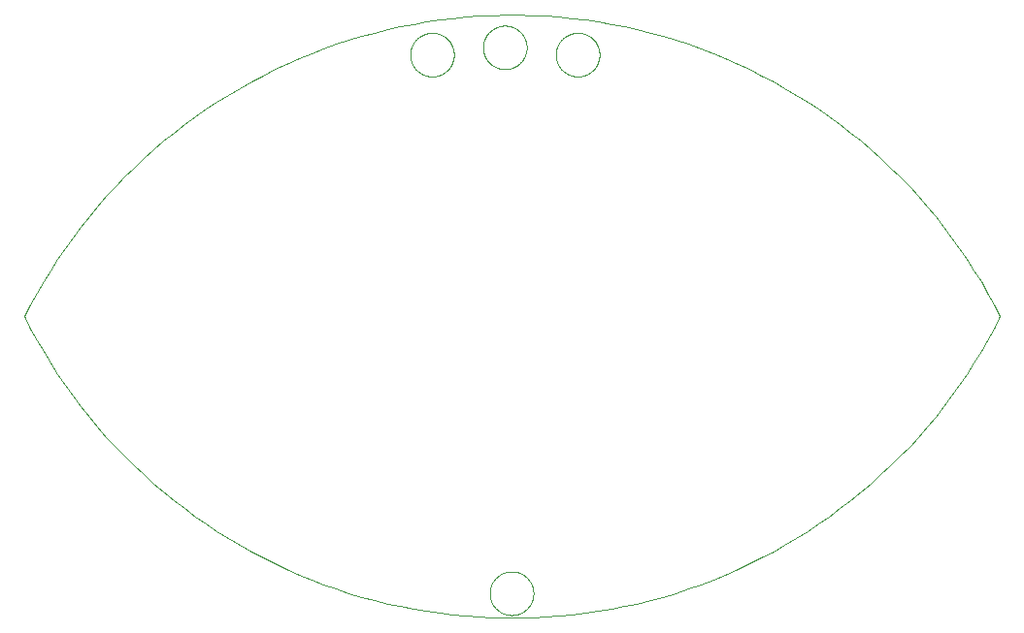
<source format=gko>
G75*
%MOIN*%
%OFA0B0*%
%FSLAX25Y25*%
%IPPOS*%
%LPD*%
%AMOC8*
5,1,8,0,0,1.08239X$1,22.5*
%
%ADD10C,0.00000*%
D10*
X0164000Y0066300D02*
X0164002Y0066484D01*
X0164009Y0066668D01*
X0164020Y0066852D01*
X0164036Y0067035D01*
X0164056Y0067218D01*
X0164081Y0067400D01*
X0164110Y0067582D01*
X0164144Y0067763D01*
X0164182Y0067943D01*
X0164225Y0068122D01*
X0164272Y0068300D01*
X0164323Y0068477D01*
X0164379Y0068653D01*
X0164438Y0068827D01*
X0164503Y0068999D01*
X0164571Y0069170D01*
X0164643Y0069339D01*
X0164720Y0069507D01*
X0164801Y0069672D01*
X0164886Y0069835D01*
X0164974Y0069997D01*
X0165067Y0070156D01*
X0165164Y0070312D01*
X0165264Y0070467D01*
X0165368Y0070619D01*
X0165476Y0070768D01*
X0165587Y0070914D01*
X0165702Y0071058D01*
X0165821Y0071199D01*
X0165943Y0071337D01*
X0166068Y0071472D01*
X0166197Y0071603D01*
X0166328Y0071732D01*
X0166463Y0071857D01*
X0166601Y0071979D01*
X0166742Y0072098D01*
X0166886Y0072213D01*
X0167032Y0072324D01*
X0167181Y0072432D01*
X0167333Y0072536D01*
X0167488Y0072636D01*
X0167644Y0072733D01*
X0167803Y0072826D01*
X0167965Y0072914D01*
X0168128Y0072999D01*
X0168293Y0073080D01*
X0168461Y0073157D01*
X0168630Y0073229D01*
X0168801Y0073297D01*
X0168973Y0073362D01*
X0169147Y0073421D01*
X0169323Y0073477D01*
X0169500Y0073528D01*
X0169678Y0073575D01*
X0169857Y0073618D01*
X0170037Y0073656D01*
X0170218Y0073690D01*
X0170400Y0073719D01*
X0170582Y0073744D01*
X0170765Y0073764D01*
X0170948Y0073780D01*
X0171132Y0073791D01*
X0171316Y0073798D01*
X0171500Y0073800D01*
X0171684Y0073798D01*
X0171868Y0073791D01*
X0172052Y0073780D01*
X0172235Y0073764D01*
X0172418Y0073744D01*
X0172600Y0073719D01*
X0172782Y0073690D01*
X0172963Y0073656D01*
X0173143Y0073618D01*
X0173322Y0073575D01*
X0173500Y0073528D01*
X0173677Y0073477D01*
X0173853Y0073421D01*
X0174027Y0073362D01*
X0174199Y0073297D01*
X0174370Y0073229D01*
X0174539Y0073157D01*
X0174707Y0073080D01*
X0174872Y0072999D01*
X0175035Y0072914D01*
X0175197Y0072826D01*
X0175356Y0072733D01*
X0175512Y0072636D01*
X0175667Y0072536D01*
X0175819Y0072432D01*
X0175968Y0072324D01*
X0176114Y0072213D01*
X0176258Y0072098D01*
X0176399Y0071979D01*
X0176537Y0071857D01*
X0176672Y0071732D01*
X0176803Y0071603D01*
X0176932Y0071472D01*
X0177057Y0071337D01*
X0177179Y0071199D01*
X0177298Y0071058D01*
X0177413Y0070914D01*
X0177524Y0070768D01*
X0177632Y0070619D01*
X0177736Y0070467D01*
X0177836Y0070312D01*
X0177933Y0070156D01*
X0178026Y0069997D01*
X0178114Y0069835D01*
X0178199Y0069672D01*
X0178280Y0069507D01*
X0178357Y0069339D01*
X0178429Y0069170D01*
X0178497Y0068999D01*
X0178562Y0068827D01*
X0178621Y0068653D01*
X0178677Y0068477D01*
X0178728Y0068300D01*
X0178775Y0068122D01*
X0178818Y0067943D01*
X0178856Y0067763D01*
X0178890Y0067582D01*
X0178919Y0067400D01*
X0178944Y0067218D01*
X0178964Y0067035D01*
X0178980Y0066852D01*
X0178991Y0066668D01*
X0178998Y0066484D01*
X0179000Y0066300D01*
X0178998Y0066116D01*
X0178991Y0065932D01*
X0178980Y0065748D01*
X0178964Y0065565D01*
X0178944Y0065382D01*
X0178919Y0065200D01*
X0178890Y0065018D01*
X0178856Y0064837D01*
X0178818Y0064657D01*
X0178775Y0064478D01*
X0178728Y0064300D01*
X0178677Y0064123D01*
X0178621Y0063947D01*
X0178562Y0063773D01*
X0178497Y0063601D01*
X0178429Y0063430D01*
X0178357Y0063261D01*
X0178280Y0063093D01*
X0178199Y0062928D01*
X0178114Y0062765D01*
X0178026Y0062603D01*
X0177933Y0062444D01*
X0177836Y0062288D01*
X0177736Y0062133D01*
X0177632Y0061981D01*
X0177524Y0061832D01*
X0177413Y0061686D01*
X0177298Y0061542D01*
X0177179Y0061401D01*
X0177057Y0061263D01*
X0176932Y0061128D01*
X0176803Y0060997D01*
X0176672Y0060868D01*
X0176537Y0060743D01*
X0176399Y0060621D01*
X0176258Y0060502D01*
X0176114Y0060387D01*
X0175968Y0060276D01*
X0175819Y0060168D01*
X0175667Y0060064D01*
X0175512Y0059964D01*
X0175356Y0059867D01*
X0175197Y0059774D01*
X0175035Y0059686D01*
X0174872Y0059601D01*
X0174707Y0059520D01*
X0174539Y0059443D01*
X0174370Y0059371D01*
X0174199Y0059303D01*
X0174027Y0059238D01*
X0173853Y0059179D01*
X0173677Y0059123D01*
X0173500Y0059072D01*
X0173322Y0059025D01*
X0173143Y0058982D01*
X0172963Y0058944D01*
X0172782Y0058910D01*
X0172600Y0058881D01*
X0172418Y0058856D01*
X0172235Y0058836D01*
X0172052Y0058820D01*
X0171868Y0058809D01*
X0171684Y0058802D01*
X0171500Y0058800D01*
X0171316Y0058802D01*
X0171132Y0058809D01*
X0170948Y0058820D01*
X0170765Y0058836D01*
X0170582Y0058856D01*
X0170400Y0058881D01*
X0170218Y0058910D01*
X0170037Y0058944D01*
X0169857Y0058982D01*
X0169678Y0059025D01*
X0169500Y0059072D01*
X0169323Y0059123D01*
X0169147Y0059179D01*
X0168973Y0059238D01*
X0168801Y0059303D01*
X0168630Y0059371D01*
X0168461Y0059443D01*
X0168293Y0059520D01*
X0168128Y0059601D01*
X0167965Y0059686D01*
X0167803Y0059774D01*
X0167644Y0059867D01*
X0167488Y0059964D01*
X0167333Y0060064D01*
X0167181Y0060168D01*
X0167032Y0060276D01*
X0166886Y0060387D01*
X0166742Y0060502D01*
X0166601Y0060621D01*
X0166463Y0060743D01*
X0166328Y0060868D01*
X0166197Y0060997D01*
X0166068Y0061128D01*
X0165943Y0061263D01*
X0165821Y0061401D01*
X0165702Y0061542D01*
X0165587Y0061686D01*
X0165476Y0061832D01*
X0165368Y0061981D01*
X0165264Y0062133D01*
X0165164Y0062288D01*
X0165067Y0062444D01*
X0164974Y0062603D01*
X0164886Y0062765D01*
X0164801Y0062928D01*
X0164720Y0063093D01*
X0164643Y0063261D01*
X0164571Y0063430D01*
X0164503Y0063601D01*
X0164438Y0063773D01*
X0164379Y0063947D01*
X0164323Y0064123D01*
X0164272Y0064300D01*
X0164225Y0064478D01*
X0164182Y0064657D01*
X0164144Y0064837D01*
X0164110Y0065018D01*
X0164081Y0065200D01*
X0164056Y0065382D01*
X0164036Y0065565D01*
X0164020Y0065748D01*
X0164009Y0065932D01*
X0164002Y0066116D01*
X0164000Y0066300D01*
X0004200Y0161500D02*
X0006282Y0165556D01*
X0008463Y0169560D01*
X0010741Y0173510D01*
X0013114Y0177403D01*
X0015582Y0181237D01*
X0018142Y0185010D01*
X0020793Y0188720D01*
X0023534Y0192363D01*
X0026363Y0195939D01*
X0029278Y0199445D01*
X0032277Y0202879D01*
X0035360Y0206238D01*
X0038523Y0209522D01*
X0041765Y0212727D01*
X0045085Y0215853D01*
X0048480Y0218897D01*
X0051947Y0221857D01*
X0055486Y0224732D01*
X0059094Y0227520D01*
X0062769Y0230219D01*
X0066508Y0232827D01*
X0070310Y0235344D01*
X0074172Y0237768D01*
X0078092Y0240096D01*
X0082068Y0242329D01*
X0086096Y0244464D01*
X0090176Y0246500D01*
X0094304Y0248436D01*
X0098478Y0250271D01*
X0102695Y0252004D01*
X0106953Y0253633D01*
X0111250Y0255158D01*
X0115583Y0256579D01*
X0119949Y0257893D01*
X0124345Y0259100D01*
X0128770Y0260200D01*
X0133220Y0261192D01*
X0137693Y0262075D01*
X0142187Y0262849D01*
X0146697Y0263513D01*
X0151223Y0264067D01*
X0155761Y0264511D01*
X0160308Y0264844D01*
X0164862Y0265066D01*
X0169420Y0265177D01*
X0173980Y0265177D01*
X0178538Y0265066D01*
X0183092Y0264844D01*
X0187639Y0264511D01*
X0192177Y0264067D01*
X0196703Y0263513D01*
X0201213Y0262849D01*
X0205707Y0262075D01*
X0210180Y0261192D01*
X0214630Y0260200D01*
X0219055Y0259100D01*
X0223451Y0257893D01*
X0227817Y0256579D01*
X0232150Y0255158D01*
X0236447Y0253633D01*
X0240705Y0252004D01*
X0244922Y0250271D01*
X0249096Y0248436D01*
X0253224Y0246500D01*
X0257304Y0244464D01*
X0261332Y0242329D01*
X0265308Y0240096D01*
X0269228Y0237768D01*
X0273090Y0235344D01*
X0276892Y0232827D01*
X0280631Y0230219D01*
X0284306Y0227520D01*
X0287914Y0224732D01*
X0291453Y0221857D01*
X0294920Y0218897D01*
X0298315Y0215853D01*
X0301635Y0212727D01*
X0304877Y0209522D01*
X0308040Y0206238D01*
X0311123Y0202879D01*
X0314122Y0199445D01*
X0317037Y0195939D01*
X0319866Y0192363D01*
X0322607Y0188720D01*
X0325258Y0185010D01*
X0327818Y0181237D01*
X0330286Y0177403D01*
X0332659Y0173510D01*
X0334937Y0169560D01*
X0337118Y0165556D01*
X0339200Y0161500D01*
X0186700Y0251500D02*
X0186702Y0251684D01*
X0186709Y0251868D01*
X0186720Y0252052D01*
X0186736Y0252235D01*
X0186756Y0252418D01*
X0186781Y0252600D01*
X0186810Y0252782D01*
X0186844Y0252963D01*
X0186882Y0253143D01*
X0186925Y0253322D01*
X0186972Y0253500D01*
X0187023Y0253677D01*
X0187079Y0253853D01*
X0187138Y0254027D01*
X0187203Y0254199D01*
X0187271Y0254370D01*
X0187343Y0254539D01*
X0187420Y0254707D01*
X0187501Y0254872D01*
X0187586Y0255035D01*
X0187674Y0255197D01*
X0187767Y0255356D01*
X0187864Y0255512D01*
X0187964Y0255667D01*
X0188068Y0255819D01*
X0188176Y0255968D01*
X0188287Y0256114D01*
X0188402Y0256258D01*
X0188521Y0256399D01*
X0188643Y0256537D01*
X0188768Y0256672D01*
X0188897Y0256803D01*
X0189028Y0256932D01*
X0189163Y0257057D01*
X0189301Y0257179D01*
X0189442Y0257298D01*
X0189586Y0257413D01*
X0189732Y0257524D01*
X0189881Y0257632D01*
X0190033Y0257736D01*
X0190188Y0257836D01*
X0190344Y0257933D01*
X0190503Y0258026D01*
X0190665Y0258114D01*
X0190828Y0258199D01*
X0190993Y0258280D01*
X0191161Y0258357D01*
X0191330Y0258429D01*
X0191501Y0258497D01*
X0191673Y0258562D01*
X0191847Y0258621D01*
X0192023Y0258677D01*
X0192200Y0258728D01*
X0192378Y0258775D01*
X0192557Y0258818D01*
X0192737Y0258856D01*
X0192918Y0258890D01*
X0193100Y0258919D01*
X0193282Y0258944D01*
X0193465Y0258964D01*
X0193648Y0258980D01*
X0193832Y0258991D01*
X0194016Y0258998D01*
X0194200Y0259000D01*
X0194384Y0258998D01*
X0194568Y0258991D01*
X0194752Y0258980D01*
X0194935Y0258964D01*
X0195118Y0258944D01*
X0195300Y0258919D01*
X0195482Y0258890D01*
X0195663Y0258856D01*
X0195843Y0258818D01*
X0196022Y0258775D01*
X0196200Y0258728D01*
X0196377Y0258677D01*
X0196553Y0258621D01*
X0196727Y0258562D01*
X0196899Y0258497D01*
X0197070Y0258429D01*
X0197239Y0258357D01*
X0197407Y0258280D01*
X0197572Y0258199D01*
X0197735Y0258114D01*
X0197897Y0258026D01*
X0198056Y0257933D01*
X0198212Y0257836D01*
X0198367Y0257736D01*
X0198519Y0257632D01*
X0198668Y0257524D01*
X0198814Y0257413D01*
X0198958Y0257298D01*
X0199099Y0257179D01*
X0199237Y0257057D01*
X0199372Y0256932D01*
X0199503Y0256803D01*
X0199632Y0256672D01*
X0199757Y0256537D01*
X0199879Y0256399D01*
X0199998Y0256258D01*
X0200113Y0256114D01*
X0200224Y0255968D01*
X0200332Y0255819D01*
X0200436Y0255667D01*
X0200536Y0255512D01*
X0200633Y0255356D01*
X0200726Y0255197D01*
X0200814Y0255035D01*
X0200899Y0254872D01*
X0200980Y0254707D01*
X0201057Y0254539D01*
X0201129Y0254370D01*
X0201197Y0254199D01*
X0201262Y0254027D01*
X0201321Y0253853D01*
X0201377Y0253677D01*
X0201428Y0253500D01*
X0201475Y0253322D01*
X0201518Y0253143D01*
X0201556Y0252963D01*
X0201590Y0252782D01*
X0201619Y0252600D01*
X0201644Y0252418D01*
X0201664Y0252235D01*
X0201680Y0252052D01*
X0201691Y0251868D01*
X0201698Y0251684D01*
X0201700Y0251500D01*
X0201698Y0251316D01*
X0201691Y0251132D01*
X0201680Y0250948D01*
X0201664Y0250765D01*
X0201644Y0250582D01*
X0201619Y0250400D01*
X0201590Y0250218D01*
X0201556Y0250037D01*
X0201518Y0249857D01*
X0201475Y0249678D01*
X0201428Y0249500D01*
X0201377Y0249323D01*
X0201321Y0249147D01*
X0201262Y0248973D01*
X0201197Y0248801D01*
X0201129Y0248630D01*
X0201057Y0248461D01*
X0200980Y0248293D01*
X0200899Y0248128D01*
X0200814Y0247965D01*
X0200726Y0247803D01*
X0200633Y0247644D01*
X0200536Y0247488D01*
X0200436Y0247333D01*
X0200332Y0247181D01*
X0200224Y0247032D01*
X0200113Y0246886D01*
X0199998Y0246742D01*
X0199879Y0246601D01*
X0199757Y0246463D01*
X0199632Y0246328D01*
X0199503Y0246197D01*
X0199372Y0246068D01*
X0199237Y0245943D01*
X0199099Y0245821D01*
X0198958Y0245702D01*
X0198814Y0245587D01*
X0198668Y0245476D01*
X0198519Y0245368D01*
X0198367Y0245264D01*
X0198212Y0245164D01*
X0198056Y0245067D01*
X0197897Y0244974D01*
X0197735Y0244886D01*
X0197572Y0244801D01*
X0197407Y0244720D01*
X0197239Y0244643D01*
X0197070Y0244571D01*
X0196899Y0244503D01*
X0196727Y0244438D01*
X0196553Y0244379D01*
X0196377Y0244323D01*
X0196200Y0244272D01*
X0196022Y0244225D01*
X0195843Y0244182D01*
X0195663Y0244144D01*
X0195482Y0244110D01*
X0195300Y0244081D01*
X0195118Y0244056D01*
X0194935Y0244036D01*
X0194752Y0244020D01*
X0194568Y0244009D01*
X0194384Y0244002D01*
X0194200Y0244000D01*
X0194016Y0244002D01*
X0193832Y0244009D01*
X0193648Y0244020D01*
X0193465Y0244036D01*
X0193282Y0244056D01*
X0193100Y0244081D01*
X0192918Y0244110D01*
X0192737Y0244144D01*
X0192557Y0244182D01*
X0192378Y0244225D01*
X0192200Y0244272D01*
X0192023Y0244323D01*
X0191847Y0244379D01*
X0191673Y0244438D01*
X0191501Y0244503D01*
X0191330Y0244571D01*
X0191161Y0244643D01*
X0190993Y0244720D01*
X0190828Y0244801D01*
X0190665Y0244886D01*
X0190503Y0244974D01*
X0190344Y0245067D01*
X0190188Y0245164D01*
X0190033Y0245264D01*
X0189881Y0245368D01*
X0189732Y0245476D01*
X0189586Y0245587D01*
X0189442Y0245702D01*
X0189301Y0245821D01*
X0189163Y0245943D01*
X0189028Y0246068D01*
X0188897Y0246197D01*
X0188768Y0246328D01*
X0188643Y0246463D01*
X0188521Y0246601D01*
X0188402Y0246742D01*
X0188287Y0246886D01*
X0188176Y0247032D01*
X0188068Y0247181D01*
X0187964Y0247333D01*
X0187864Y0247488D01*
X0187767Y0247644D01*
X0187674Y0247803D01*
X0187586Y0247965D01*
X0187501Y0248128D01*
X0187420Y0248293D01*
X0187343Y0248461D01*
X0187271Y0248630D01*
X0187203Y0248801D01*
X0187138Y0248973D01*
X0187079Y0249147D01*
X0187023Y0249323D01*
X0186972Y0249500D01*
X0186925Y0249678D01*
X0186882Y0249857D01*
X0186844Y0250037D01*
X0186810Y0250218D01*
X0186781Y0250400D01*
X0186756Y0250582D01*
X0186736Y0250765D01*
X0186720Y0250948D01*
X0186709Y0251132D01*
X0186702Y0251316D01*
X0186700Y0251500D01*
X0339200Y0161500D02*
X0337118Y0157444D01*
X0334937Y0153440D01*
X0332659Y0149490D01*
X0330286Y0145597D01*
X0327818Y0141763D01*
X0325258Y0137990D01*
X0322607Y0134280D01*
X0319866Y0130637D01*
X0317037Y0127061D01*
X0314122Y0123555D01*
X0311123Y0120121D01*
X0308040Y0116762D01*
X0304877Y0113478D01*
X0301635Y0110273D01*
X0298315Y0107147D01*
X0294920Y0104103D01*
X0291453Y0101143D01*
X0287914Y0098268D01*
X0284306Y0095480D01*
X0280631Y0092781D01*
X0276892Y0090173D01*
X0273090Y0087656D01*
X0269228Y0085232D01*
X0265308Y0082904D01*
X0261332Y0080671D01*
X0257304Y0078536D01*
X0253224Y0076500D01*
X0249096Y0074564D01*
X0244922Y0072729D01*
X0240705Y0070996D01*
X0236447Y0069367D01*
X0232150Y0067842D01*
X0227817Y0066421D01*
X0223451Y0065107D01*
X0219055Y0063900D01*
X0214630Y0062800D01*
X0210180Y0061808D01*
X0205707Y0060925D01*
X0201213Y0060151D01*
X0196703Y0059487D01*
X0192177Y0058933D01*
X0187639Y0058489D01*
X0183092Y0058156D01*
X0178538Y0057934D01*
X0173980Y0057823D01*
X0169420Y0057823D01*
X0164862Y0057934D01*
X0160308Y0058156D01*
X0155761Y0058489D01*
X0151223Y0058933D01*
X0146697Y0059487D01*
X0142187Y0060151D01*
X0137693Y0060925D01*
X0133220Y0061808D01*
X0128770Y0062800D01*
X0124345Y0063900D01*
X0119949Y0065107D01*
X0115583Y0066421D01*
X0111250Y0067842D01*
X0106953Y0069367D01*
X0102695Y0070996D01*
X0098478Y0072729D01*
X0094304Y0074564D01*
X0090176Y0076500D01*
X0086096Y0078536D01*
X0082068Y0080671D01*
X0078092Y0082904D01*
X0074172Y0085232D01*
X0070310Y0087656D01*
X0066508Y0090173D01*
X0062769Y0092781D01*
X0059094Y0095480D01*
X0055486Y0098268D01*
X0051947Y0101143D01*
X0048480Y0104103D01*
X0045085Y0107147D01*
X0041765Y0110273D01*
X0038523Y0113478D01*
X0035360Y0116762D01*
X0032277Y0120121D01*
X0029278Y0123555D01*
X0026363Y0127061D01*
X0023534Y0130637D01*
X0020793Y0134280D01*
X0018142Y0137990D01*
X0015582Y0141763D01*
X0013114Y0145597D01*
X0010741Y0149490D01*
X0008463Y0153440D01*
X0006282Y0157444D01*
X0004200Y0161500D01*
X0136700Y0251500D02*
X0136702Y0251684D01*
X0136709Y0251868D01*
X0136720Y0252052D01*
X0136736Y0252235D01*
X0136756Y0252418D01*
X0136781Y0252600D01*
X0136810Y0252782D01*
X0136844Y0252963D01*
X0136882Y0253143D01*
X0136925Y0253322D01*
X0136972Y0253500D01*
X0137023Y0253677D01*
X0137079Y0253853D01*
X0137138Y0254027D01*
X0137203Y0254199D01*
X0137271Y0254370D01*
X0137343Y0254539D01*
X0137420Y0254707D01*
X0137501Y0254872D01*
X0137586Y0255035D01*
X0137674Y0255197D01*
X0137767Y0255356D01*
X0137864Y0255512D01*
X0137964Y0255667D01*
X0138068Y0255819D01*
X0138176Y0255968D01*
X0138287Y0256114D01*
X0138402Y0256258D01*
X0138521Y0256399D01*
X0138643Y0256537D01*
X0138768Y0256672D01*
X0138897Y0256803D01*
X0139028Y0256932D01*
X0139163Y0257057D01*
X0139301Y0257179D01*
X0139442Y0257298D01*
X0139586Y0257413D01*
X0139732Y0257524D01*
X0139881Y0257632D01*
X0140033Y0257736D01*
X0140188Y0257836D01*
X0140344Y0257933D01*
X0140503Y0258026D01*
X0140665Y0258114D01*
X0140828Y0258199D01*
X0140993Y0258280D01*
X0141161Y0258357D01*
X0141330Y0258429D01*
X0141501Y0258497D01*
X0141673Y0258562D01*
X0141847Y0258621D01*
X0142023Y0258677D01*
X0142200Y0258728D01*
X0142378Y0258775D01*
X0142557Y0258818D01*
X0142737Y0258856D01*
X0142918Y0258890D01*
X0143100Y0258919D01*
X0143282Y0258944D01*
X0143465Y0258964D01*
X0143648Y0258980D01*
X0143832Y0258991D01*
X0144016Y0258998D01*
X0144200Y0259000D01*
X0144384Y0258998D01*
X0144568Y0258991D01*
X0144752Y0258980D01*
X0144935Y0258964D01*
X0145118Y0258944D01*
X0145300Y0258919D01*
X0145482Y0258890D01*
X0145663Y0258856D01*
X0145843Y0258818D01*
X0146022Y0258775D01*
X0146200Y0258728D01*
X0146377Y0258677D01*
X0146553Y0258621D01*
X0146727Y0258562D01*
X0146899Y0258497D01*
X0147070Y0258429D01*
X0147239Y0258357D01*
X0147407Y0258280D01*
X0147572Y0258199D01*
X0147735Y0258114D01*
X0147897Y0258026D01*
X0148056Y0257933D01*
X0148212Y0257836D01*
X0148367Y0257736D01*
X0148519Y0257632D01*
X0148668Y0257524D01*
X0148814Y0257413D01*
X0148958Y0257298D01*
X0149099Y0257179D01*
X0149237Y0257057D01*
X0149372Y0256932D01*
X0149503Y0256803D01*
X0149632Y0256672D01*
X0149757Y0256537D01*
X0149879Y0256399D01*
X0149998Y0256258D01*
X0150113Y0256114D01*
X0150224Y0255968D01*
X0150332Y0255819D01*
X0150436Y0255667D01*
X0150536Y0255512D01*
X0150633Y0255356D01*
X0150726Y0255197D01*
X0150814Y0255035D01*
X0150899Y0254872D01*
X0150980Y0254707D01*
X0151057Y0254539D01*
X0151129Y0254370D01*
X0151197Y0254199D01*
X0151262Y0254027D01*
X0151321Y0253853D01*
X0151377Y0253677D01*
X0151428Y0253500D01*
X0151475Y0253322D01*
X0151518Y0253143D01*
X0151556Y0252963D01*
X0151590Y0252782D01*
X0151619Y0252600D01*
X0151644Y0252418D01*
X0151664Y0252235D01*
X0151680Y0252052D01*
X0151691Y0251868D01*
X0151698Y0251684D01*
X0151700Y0251500D01*
X0151698Y0251316D01*
X0151691Y0251132D01*
X0151680Y0250948D01*
X0151664Y0250765D01*
X0151644Y0250582D01*
X0151619Y0250400D01*
X0151590Y0250218D01*
X0151556Y0250037D01*
X0151518Y0249857D01*
X0151475Y0249678D01*
X0151428Y0249500D01*
X0151377Y0249323D01*
X0151321Y0249147D01*
X0151262Y0248973D01*
X0151197Y0248801D01*
X0151129Y0248630D01*
X0151057Y0248461D01*
X0150980Y0248293D01*
X0150899Y0248128D01*
X0150814Y0247965D01*
X0150726Y0247803D01*
X0150633Y0247644D01*
X0150536Y0247488D01*
X0150436Y0247333D01*
X0150332Y0247181D01*
X0150224Y0247032D01*
X0150113Y0246886D01*
X0149998Y0246742D01*
X0149879Y0246601D01*
X0149757Y0246463D01*
X0149632Y0246328D01*
X0149503Y0246197D01*
X0149372Y0246068D01*
X0149237Y0245943D01*
X0149099Y0245821D01*
X0148958Y0245702D01*
X0148814Y0245587D01*
X0148668Y0245476D01*
X0148519Y0245368D01*
X0148367Y0245264D01*
X0148212Y0245164D01*
X0148056Y0245067D01*
X0147897Y0244974D01*
X0147735Y0244886D01*
X0147572Y0244801D01*
X0147407Y0244720D01*
X0147239Y0244643D01*
X0147070Y0244571D01*
X0146899Y0244503D01*
X0146727Y0244438D01*
X0146553Y0244379D01*
X0146377Y0244323D01*
X0146200Y0244272D01*
X0146022Y0244225D01*
X0145843Y0244182D01*
X0145663Y0244144D01*
X0145482Y0244110D01*
X0145300Y0244081D01*
X0145118Y0244056D01*
X0144935Y0244036D01*
X0144752Y0244020D01*
X0144568Y0244009D01*
X0144384Y0244002D01*
X0144200Y0244000D01*
X0144016Y0244002D01*
X0143832Y0244009D01*
X0143648Y0244020D01*
X0143465Y0244036D01*
X0143282Y0244056D01*
X0143100Y0244081D01*
X0142918Y0244110D01*
X0142737Y0244144D01*
X0142557Y0244182D01*
X0142378Y0244225D01*
X0142200Y0244272D01*
X0142023Y0244323D01*
X0141847Y0244379D01*
X0141673Y0244438D01*
X0141501Y0244503D01*
X0141330Y0244571D01*
X0141161Y0244643D01*
X0140993Y0244720D01*
X0140828Y0244801D01*
X0140665Y0244886D01*
X0140503Y0244974D01*
X0140344Y0245067D01*
X0140188Y0245164D01*
X0140033Y0245264D01*
X0139881Y0245368D01*
X0139732Y0245476D01*
X0139586Y0245587D01*
X0139442Y0245702D01*
X0139301Y0245821D01*
X0139163Y0245943D01*
X0139028Y0246068D01*
X0138897Y0246197D01*
X0138768Y0246328D01*
X0138643Y0246463D01*
X0138521Y0246601D01*
X0138402Y0246742D01*
X0138287Y0246886D01*
X0138176Y0247032D01*
X0138068Y0247181D01*
X0137964Y0247333D01*
X0137864Y0247488D01*
X0137767Y0247644D01*
X0137674Y0247803D01*
X0137586Y0247965D01*
X0137501Y0248128D01*
X0137420Y0248293D01*
X0137343Y0248461D01*
X0137271Y0248630D01*
X0137203Y0248801D01*
X0137138Y0248973D01*
X0137079Y0249147D01*
X0137023Y0249323D01*
X0136972Y0249500D01*
X0136925Y0249678D01*
X0136882Y0249857D01*
X0136844Y0250037D01*
X0136810Y0250218D01*
X0136781Y0250400D01*
X0136756Y0250582D01*
X0136736Y0250765D01*
X0136720Y0250948D01*
X0136709Y0251132D01*
X0136702Y0251316D01*
X0136700Y0251500D01*
X0161700Y0254000D02*
X0161702Y0254184D01*
X0161709Y0254368D01*
X0161720Y0254552D01*
X0161736Y0254735D01*
X0161756Y0254918D01*
X0161781Y0255100D01*
X0161810Y0255282D01*
X0161844Y0255463D01*
X0161882Y0255643D01*
X0161925Y0255822D01*
X0161972Y0256000D01*
X0162023Y0256177D01*
X0162079Y0256353D01*
X0162138Y0256527D01*
X0162203Y0256699D01*
X0162271Y0256870D01*
X0162343Y0257039D01*
X0162420Y0257207D01*
X0162501Y0257372D01*
X0162586Y0257535D01*
X0162674Y0257697D01*
X0162767Y0257856D01*
X0162864Y0258012D01*
X0162964Y0258167D01*
X0163068Y0258319D01*
X0163176Y0258468D01*
X0163287Y0258614D01*
X0163402Y0258758D01*
X0163521Y0258899D01*
X0163643Y0259037D01*
X0163768Y0259172D01*
X0163897Y0259303D01*
X0164028Y0259432D01*
X0164163Y0259557D01*
X0164301Y0259679D01*
X0164442Y0259798D01*
X0164586Y0259913D01*
X0164732Y0260024D01*
X0164881Y0260132D01*
X0165033Y0260236D01*
X0165188Y0260336D01*
X0165344Y0260433D01*
X0165503Y0260526D01*
X0165665Y0260614D01*
X0165828Y0260699D01*
X0165993Y0260780D01*
X0166161Y0260857D01*
X0166330Y0260929D01*
X0166501Y0260997D01*
X0166673Y0261062D01*
X0166847Y0261121D01*
X0167023Y0261177D01*
X0167200Y0261228D01*
X0167378Y0261275D01*
X0167557Y0261318D01*
X0167737Y0261356D01*
X0167918Y0261390D01*
X0168100Y0261419D01*
X0168282Y0261444D01*
X0168465Y0261464D01*
X0168648Y0261480D01*
X0168832Y0261491D01*
X0169016Y0261498D01*
X0169200Y0261500D01*
X0169384Y0261498D01*
X0169568Y0261491D01*
X0169752Y0261480D01*
X0169935Y0261464D01*
X0170118Y0261444D01*
X0170300Y0261419D01*
X0170482Y0261390D01*
X0170663Y0261356D01*
X0170843Y0261318D01*
X0171022Y0261275D01*
X0171200Y0261228D01*
X0171377Y0261177D01*
X0171553Y0261121D01*
X0171727Y0261062D01*
X0171899Y0260997D01*
X0172070Y0260929D01*
X0172239Y0260857D01*
X0172407Y0260780D01*
X0172572Y0260699D01*
X0172735Y0260614D01*
X0172897Y0260526D01*
X0173056Y0260433D01*
X0173212Y0260336D01*
X0173367Y0260236D01*
X0173519Y0260132D01*
X0173668Y0260024D01*
X0173814Y0259913D01*
X0173958Y0259798D01*
X0174099Y0259679D01*
X0174237Y0259557D01*
X0174372Y0259432D01*
X0174503Y0259303D01*
X0174632Y0259172D01*
X0174757Y0259037D01*
X0174879Y0258899D01*
X0174998Y0258758D01*
X0175113Y0258614D01*
X0175224Y0258468D01*
X0175332Y0258319D01*
X0175436Y0258167D01*
X0175536Y0258012D01*
X0175633Y0257856D01*
X0175726Y0257697D01*
X0175814Y0257535D01*
X0175899Y0257372D01*
X0175980Y0257207D01*
X0176057Y0257039D01*
X0176129Y0256870D01*
X0176197Y0256699D01*
X0176262Y0256527D01*
X0176321Y0256353D01*
X0176377Y0256177D01*
X0176428Y0256000D01*
X0176475Y0255822D01*
X0176518Y0255643D01*
X0176556Y0255463D01*
X0176590Y0255282D01*
X0176619Y0255100D01*
X0176644Y0254918D01*
X0176664Y0254735D01*
X0176680Y0254552D01*
X0176691Y0254368D01*
X0176698Y0254184D01*
X0176700Y0254000D01*
X0176698Y0253816D01*
X0176691Y0253632D01*
X0176680Y0253448D01*
X0176664Y0253265D01*
X0176644Y0253082D01*
X0176619Y0252900D01*
X0176590Y0252718D01*
X0176556Y0252537D01*
X0176518Y0252357D01*
X0176475Y0252178D01*
X0176428Y0252000D01*
X0176377Y0251823D01*
X0176321Y0251647D01*
X0176262Y0251473D01*
X0176197Y0251301D01*
X0176129Y0251130D01*
X0176057Y0250961D01*
X0175980Y0250793D01*
X0175899Y0250628D01*
X0175814Y0250465D01*
X0175726Y0250303D01*
X0175633Y0250144D01*
X0175536Y0249988D01*
X0175436Y0249833D01*
X0175332Y0249681D01*
X0175224Y0249532D01*
X0175113Y0249386D01*
X0174998Y0249242D01*
X0174879Y0249101D01*
X0174757Y0248963D01*
X0174632Y0248828D01*
X0174503Y0248697D01*
X0174372Y0248568D01*
X0174237Y0248443D01*
X0174099Y0248321D01*
X0173958Y0248202D01*
X0173814Y0248087D01*
X0173668Y0247976D01*
X0173519Y0247868D01*
X0173367Y0247764D01*
X0173212Y0247664D01*
X0173056Y0247567D01*
X0172897Y0247474D01*
X0172735Y0247386D01*
X0172572Y0247301D01*
X0172407Y0247220D01*
X0172239Y0247143D01*
X0172070Y0247071D01*
X0171899Y0247003D01*
X0171727Y0246938D01*
X0171553Y0246879D01*
X0171377Y0246823D01*
X0171200Y0246772D01*
X0171022Y0246725D01*
X0170843Y0246682D01*
X0170663Y0246644D01*
X0170482Y0246610D01*
X0170300Y0246581D01*
X0170118Y0246556D01*
X0169935Y0246536D01*
X0169752Y0246520D01*
X0169568Y0246509D01*
X0169384Y0246502D01*
X0169200Y0246500D01*
X0169016Y0246502D01*
X0168832Y0246509D01*
X0168648Y0246520D01*
X0168465Y0246536D01*
X0168282Y0246556D01*
X0168100Y0246581D01*
X0167918Y0246610D01*
X0167737Y0246644D01*
X0167557Y0246682D01*
X0167378Y0246725D01*
X0167200Y0246772D01*
X0167023Y0246823D01*
X0166847Y0246879D01*
X0166673Y0246938D01*
X0166501Y0247003D01*
X0166330Y0247071D01*
X0166161Y0247143D01*
X0165993Y0247220D01*
X0165828Y0247301D01*
X0165665Y0247386D01*
X0165503Y0247474D01*
X0165344Y0247567D01*
X0165188Y0247664D01*
X0165033Y0247764D01*
X0164881Y0247868D01*
X0164732Y0247976D01*
X0164586Y0248087D01*
X0164442Y0248202D01*
X0164301Y0248321D01*
X0164163Y0248443D01*
X0164028Y0248568D01*
X0163897Y0248697D01*
X0163768Y0248828D01*
X0163643Y0248963D01*
X0163521Y0249101D01*
X0163402Y0249242D01*
X0163287Y0249386D01*
X0163176Y0249532D01*
X0163068Y0249681D01*
X0162964Y0249833D01*
X0162864Y0249988D01*
X0162767Y0250144D01*
X0162674Y0250303D01*
X0162586Y0250465D01*
X0162501Y0250628D01*
X0162420Y0250793D01*
X0162343Y0250961D01*
X0162271Y0251130D01*
X0162203Y0251301D01*
X0162138Y0251473D01*
X0162079Y0251647D01*
X0162023Y0251823D01*
X0161972Y0252000D01*
X0161925Y0252178D01*
X0161882Y0252357D01*
X0161844Y0252537D01*
X0161810Y0252718D01*
X0161781Y0252900D01*
X0161756Y0253082D01*
X0161736Y0253265D01*
X0161720Y0253448D01*
X0161709Y0253632D01*
X0161702Y0253816D01*
X0161700Y0254000D01*
M02*

</source>
